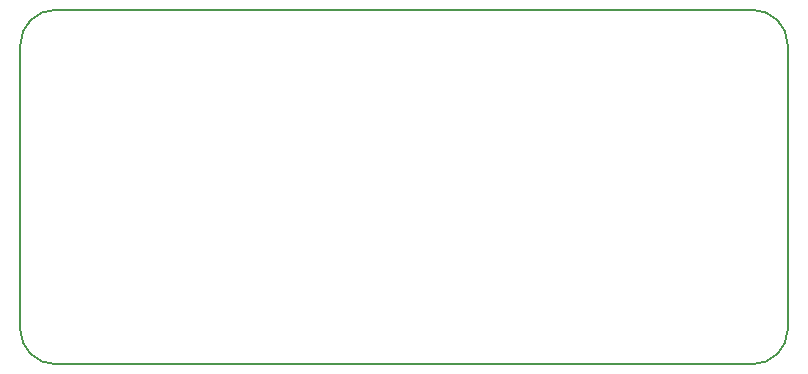
<source format=gko>
G04 DipTrace 3.0.0.2*
G04 wifihat.GKO*
%MOMM*%
G04 #@! TF.FileFunction,Profile*
G04 #@! TF.Part,Single*
%ADD11C,0.1524*%
%FSLAX35Y35*%
G04*
G71*
G90*
G75*
G01*
G04 BoardOutline*
%LPD*%
X0Y0D2*
D11*
X5900000D1*
G03X6200000Y300000I4J299996D01*
G01*
Y2700000D1*
G03X5900000Y3000000I-299996J4D01*
G01*
X0D1*
G03X-300000Y2700000I-4J-299996D01*
G01*
Y300000D1*
G03X0Y0I299996J-4D01*
G01*
M02*

</source>
